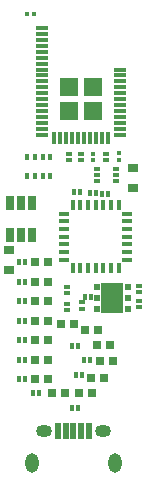
<source format=gbr>
G04 #@! TF.FileFunction,Soldermask,Top*
%FSLAX46Y46*%
G04 Gerber Fmt 4.6, Leading zero omitted, Abs format (unit mm)*
G04 Created by KiCad (PCBNEW 4.0.5) date 07/06/17 21:13:05*
%MOMM*%
%LPD*%
G01*
G04 APERTURE LIST*
%ADD10C,0.100000*%
%ADD11R,0.531600X0.381600*%
%ADD12R,0.501600X1.451600*%
%ADD13O,1.351600X1.051600*%
%ADD14O,1.101600X1.651600*%
%ADD15R,0.701600X0.801600*%
%ADD16R,0.701600X1.151600*%
%ADD17R,0.451600X0.601600*%
%ADD18R,0.901600X0.701600*%
%ADD19R,1.101600X0.355600*%
%ADD20R,0.355600X1.101600*%
%ADD21R,1.601600X1.601600*%
%ADD22R,0.451600X0.401600*%
%ADD23R,0.401600X0.451600*%
%ADD24R,0.851600X0.451600*%
%ADD25R,0.451600X0.851600*%
%ADD26R,0.381600X0.531600*%
%ADD27R,0.501600X0.451600*%
%ADD28R,0.601600X0.551600*%
%ADD29R,1.851600X2.601600*%
G04 APERTURE END LIST*
D10*
D11*
X139192000Y-92208000D03*
X139192000Y-91688000D03*
D12*
X138400000Y-102409000D03*
X139050000Y-102409000D03*
X139700000Y-102409000D03*
X140350000Y-102409000D03*
X141000000Y-102409000D03*
D13*
X137200000Y-102409000D03*
X142200000Y-102409000D03*
D14*
X136200000Y-105109000D03*
X143200000Y-105109000D03*
D15*
X136483000Y-93091000D03*
X137583000Y-93091000D03*
X136483000Y-88138000D03*
X137583000Y-88138000D03*
D16*
X136205000Y-83105000D03*
X135255000Y-83105000D03*
X134305000Y-83105000D03*
X134305000Y-85805000D03*
X135255000Y-85805000D03*
X136205000Y-85805000D03*
D17*
X135804000Y-79210000D03*
X136454000Y-79210000D03*
X137104000Y-79210000D03*
X137754000Y-79210000D03*
X137754000Y-80810000D03*
X137104000Y-80810000D03*
X136454000Y-80810000D03*
X135804000Y-80810000D03*
D11*
X139319000Y-78937200D03*
X139319000Y-79457200D03*
D18*
X134239000Y-87110200D03*
X134239000Y-88810200D03*
X144780000Y-81876000D03*
X144780000Y-80176000D03*
D19*
X137046000Y-68321000D03*
X137046000Y-68821000D03*
X137046000Y-69321000D03*
X137046000Y-69821000D03*
X137046000Y-70321000D03*
X137046000Y-77321000D03*
X137046000Y-70821000D03*
X137046000Y-71321000D03*
X137046000Y-71821000D03*
X137046000Y-72321000D03*
X137046000Y-72821000D03*
X137046000Y-73321000D03*
X137046000Y-73821000D03*
X137046000Y-74321000D03*
X137046000Y-74821000D03*
X137046000Y-75321000D03*
X137046000Y-75821000D03*
X137046000Y-76321000D03*
X137046000Y-76821000D03*
D20*
X138101000Y-77611000D03*
X138601000Y-77611000D03*
X139101000Y-77611000D03*
X139601000Y-77611000D03*
X140101000Y-77611000D03*
X140601000Y-77611000D03*
X141101000Y-77611000D03*
X141601000Y-77611000D03*
X142101000Y-77611000D03*
X142601000Y-77611000D03*
D19*
X143656000Y-77321000D03*
X143656000Y-76821000D03*
X143656000Y-76321000D03*
X143656000Y-75821000D03*
X143656000Y-75321000D03*
X143656000Y-74821000D03*
X143656000Y-74321000D03*
X143656000Y-73821000D03*
X143656000Y-73321000D03*
X143656000Y-72821000D03*
X143656000Y-72321000D03*
X143656000Y-71821000D03*
D21*
X139351000Y-73311000D03*
X139351000Y-75311000D03*
X141351000Y-75311000D03*
X141351000Y-73311000D03*
D22*
X141401800Y-79502600D03*
X141401800Y-78942600D03*
D23*
X136347800Y-67106800D03*
X135787800Y-67106800D03*
D22*
X143535400Y-79451800D03*
X143535400Y-78891800D03*
D24*
X138930000Y-84029000D03*
X138930000Y-84679000D03*
X138930000Y-85329000D03*
X138930000Y-85979000D03*
X138930000Y-86629000D03*
X138930000Y-87279000D03*
X138930000Y-87929000D03*
D25*
X139655000Y-88654000D03*
D24*
X144280000Y-87929000D03*
X144280000Y-87279000D03*
X144280000Y-86629000D03*
X144280000Y-85979000D03*
X144280000Y-85329000D03*
X144280000Y-84679000D03*
X144280000Y-84029000D03*
D25*
X140305000Y-88654000D03*
X140955000Y-88654000D03*
X141605000Y-88654000D03*
X142255000Y-88654000D03*
X142905000Y-88654000D03*
X143555000Y-88654000D03*
X143555000Y-83304000D03*
X142905000Y-83304000D03*
X142255000Y-83304000D03*
X141605000Y-83304000D03*
X140955000Y-83304000D03*
X140305000Y-83304000D03*
X139655000Y-83304000D03*
D26*
X141636400Y-82240120D03*
X141116400Y-82240120D03*
X142652400Y-82321400D03*
X142132400Y-82321400D03*
X135642000Y-88138000D03*
X135122000Y-88138000D03*
X135642000Y-91440000D03*
X135122000Y-91440000D03*
X135642000Y-94742000D03*
X135122000Y-94742000D03*
X135642000Y-98044000D03*
X135122000Y-98044000D03*
X140137800Y-100457000D03*
X139617800Y-100457000D03*
X141103000Y-96393000D03*
X140583000Y-96393000D03*
D11*
X140462000Y-92055600D03*
X140462000Y-91535600D03*
D26*
X135642000Y-89789000D03*
X135122000Y-89789000D03*
X135642000Y-93091000D03*
X135122000Y-93091000D03*
X135642000Y-96393000D03*
X135122000Y-96393000D03*
X136785000Y-99187000D03*
X136265000Y-99187000D03*
X140468000Y-97663000D03*
X139948000Y-97663000D03*
X140087000Y-95250000D03*
X139567000Y-95250000D03*
D11*
X142468600Y-79457200D03*
X142468600Y-78937200D03*
X140385800Y-79457200D03*
X140385800Y-78937200D03*
D27*
X141694000Y-80272000D03*
X141694000Y-80772000D03*
X141694000Y-81272000D03*
X143294000Y-81272000D03*
X143294000Y-80772000D03*
X143294000Y-80272000D03*
D11*
X139192000Y-90214800D03*
X139192000Y-90734800D03*
X145288000Y-90684000D03*
X145288000Y-90164000D03*
X145288000Y-91383200D03*
X145288000Y-91903200D03*
D26*
X141204600Y-91059000D03*
X140684600Y-91059000D03*
D28*
X144302000Y-92136000D03*
X144302000Y-91186000D03*
X144302000Y-90236000D03*
X141702000Y-90236000D03*
X141702000Y-91186000D03*
X141702000Y-92136000D03*
D29*
X143002000Y-91186000D03*
D26*
X139749880Y-82199480D03*
X140269880Y-82199480D03*
D15*
X136483000Y-91440000D03*
X137583000Y-91440000D03*
X136483000Y-94742000D03*
X137583000Y-94742000D03*
X136483000Y-98044000D03*
X137583000Y-98044000D03*
X140166000Y-99187000D03*
X141266000Y-99187000D03*
X141944000Y-96520000D03*
X143044000Y-96520000D03*
X140674000Y-93853000D03*
X141774000Y-93853000D03*
X136483000Y-89789000D03*
X137583000Y-89789000D03*
X136483000Y-96393000D03*
X137583000Y-96393000D03*
X137880000Y-99187000D03*
X138980000Y-99187000D03*
X141182000Y-97917000D03*
X142282000Y-97917000D03*
X141690000Y-95123000D03*
X142790000Y-95123000D03*
X138642000Y-93345000D03*
X139742000Y-93345000D03*
M02*

</source>
